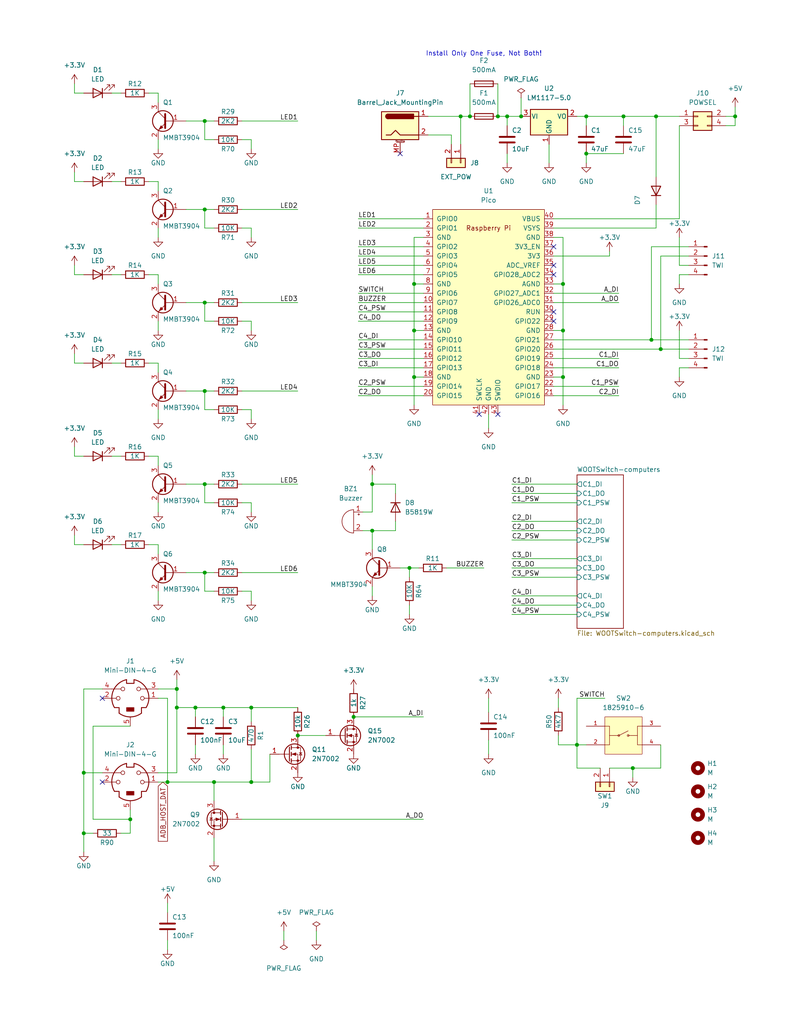
<source format=kicad_sch>
(kicad_sch (version 20250114) (generator "eeschema") (generator_version "9.0")
  (paper "USLetter" portrait)
  (title_block (title "WOOTSwitch") (date "2025-10-28") (rev "2025.10") (company "Joe's Computer Museum"))
  (text "Install Only One Fuse, Not Both!" (at 132.08 14.732 0) (effects (font (size 1.27 1.27))))
  (junction (at 113.03 77.47))
  (junction (at 179.07 31.75))
  (junction (at 113.03 102.87))
  (junction (at 81.28 200.66))
  (junction (at 22.86 227.33))
  (junction (at 200.66 31.75))
  (junction (at 160.02 41.91))
  (junction (at 153.67 102.87))
  (junction (at 55.88 82.55))
  (junction (at 55.88 156.21))
  (junction (at 157.48 203.2))
  (junction (at 128.27 31.75))
  (junction (at 113.03 90.17))
  (junction (at 55.88 57.15))
  (junction (at 45.72 213.36))
  (junction (at 96.52 195.58))
  (junction (at 48.26 193.04))
  (junction (at 180.34 95.25))
  (junction (at 55.88 33.02))
  (junction (at 55.88 106.68))
  (junction (at 68.58 213.36))
  (junction (at 160.02 31.75))
  (junction (at 60.96 193.04))
  (junction (at 142.24 31.75))
  (junction (at 177.8 92.71))
  (junction (at 48.26 187.96))
  (junction (at 125.73 31.75))
  (junction (at 58.42 213.36))
  (junction (at 101.6 132.08))
  (junction (at 68.58 193.04))
  (junction (at 22.86 210.82))
  (junction (at 53.34 193.04))
  (junction (at 35.56 223.52))
  (junction (at 101.6 144.78))
  (junction (at 135.89 31.75))
  (junction (at 153.67 77.47))
  (junction (at 170.18 31.75))
  (junction (at 172.72 209.55))
  (junction (at 138.43 31.75))
  (junction (at 153.67 90.17))
  (junction (at 55.88 132.08))
  (junction (at 111.76 154.94))
  (no_connect (at 151.13 87.63))
  (no_connect (at 151.13 74.93))
  (no_connect (at 151.13 85.09))
  (no_connect (at 151.13 67.31))
  (no_connect (at 130.81 113.03))
  (no_connect (at 109.22 41.91))
  (no_connect (at 151.13 72.39))
  (no_connect (at 27.94 213.36))
  (no_connect (at 135.89 113.03))
  (no_connect (at 27.94 190.5))
  (wire (pts (xy 168.91 107.95) (xy 151.13 107.95)))
  (wire (pts (xy 151.13 80.01) (xy 168.91 80.01)))
  (wire (pts (xy 187.96 100.33) (xy 185.42 100.33)))
  (wire (pts (xy 101.6 144.78) (xy 101.6 149.86)))
  (wire (pts (xy 113.03 64.77) (xy 113.03 77.47)))
  (wire (pts (xy 185.42 59.69) (xy 185.42 34.29)))
  (wire (pts (xy 185.42 90.17) (xy 185.42 97.79)))
  (wire (pts (xy 66.04 87.63) (xy 68.58 87.63)))
  (wire (pts (xy 125.73 31.75) (xy 128.27 31.75)))
  (wire (pts (xy 25.4 198.12) (xy 25.4 223.52)))
  (wire (pts (xy 180.34 203.2) (xy 180.34 209.55)))
  (wire (pts (xy 200.66 31.75) (xy 200.66 29.21)))
  (wire (pts (xy 139.7 142.24) (xy 157.48 142.24)))
  (wire (pts (xy 157.48 31.75) (xy 160.02 31.75)))
  (wire (pts (xy 40.64 99.06) (xy 43.18 99.06)))
  (wire (pts (xy 138.43 31.75) (xy 138.43 34.29)))
  (wire (pts (xy 30.48 148.59) (xy 33.02 148.59)))
  (wire (pts (xy 68.58 38.1) (xy 68.58 40.64)))
  (wire (pts (xy 48.26 185.42) (xy 48.26 187.96)))
  (wire (pts (xy 40.64 148.59) (xy 43.18 148.59)))
  (wire (pts (xy 40.64 25.4) (xy 43.18 25.4)))
  (wire (pts (xy 55.88 57.15) (xy 55.88 62.23)))
  (wire (pts (xy 50.8 132.08) (xy 55.88 132.08)))
  (wire (pts (xy 125.73 39.37) (xy 125.73 31.75)))
  (wire (pts (xy 55.88 87.63) (xy 58.42 87.63)))
  (wire (pts (xy 139.7 157.48) (xy 157.48 157.48)))
  (wire (pts (xy 133.35 201.93) (xy 133.35 205.74)))
  (wire (pts (xy 50.8 156.21) (xy 55.88 156.21)))
  (wire (pts (xy 43.18 111.76) (xy 43.18 114.3)))
  (wire (pts (xy 43.18 49.53) (xy 43.18 52.07)))
  (wire (pts (xy 172.72 209.55) (xy 172.72 212.09)))
  (wire (pts (xy 45.72 213.36) (xy 58.42 213.36)))
  (wire (pts (xy 45.72 256.54) (xy 45.72 259.08)))
  (wire (pts (xy 55.88 156.21) (xy 55.88 161.29)))
  (wire (pts (xy 170.18 31.75) (xy 170.18 34.29)))
  (wire (pts (xy 185.42 74.93) (xy 185.42 77.47)))
  (wire (pts (xy 68.58 161.29) (xy 68.58 163.83)))
  (wire (pts (xy 142.24 26.67) (xy 142.24 31.75)))
  (wire (pts (xy 43.18 87.63) (xy 43.18 90.17)))
  (wire (pts (xy 166.37 209.55) (xy 172.72 209.55)))
  (wire (pts (xy 20.32 72.39) (xy 20.32 74.93)))
  (wire (pts (xy 152.4 190.5) (xy 152.4 193.04)))
  (wire (pts (xy 68.58 111.76) (xy 68.58 114.3)))
  (wire (pts (xy 20.32 124.46) (xy 22.86 124.46)))
  (wire (pts (xy 53.34 195.58) (xy 53.34 193.04)))
  (wire (pts (xy 43.18 137.16) (xy 43.18 139.7)))
  (wire (pts (xy 43.18 74.93) (xy 43.18 77.47)))
  (wire (pts (xy 151.13 64.77) (xy 153.67 64.77)))
  (wire (pts (xy 53.34 193.04) (xy 48.26 193.04)))
  (wire (pts (xy 151.13 82.55) (xy 168.91 82.55)))
  (wire (pts (xy 198.12 34.29) (xy 200.66 34.29)))
  (wire (pts (xy 25.4 223.52) (xy 35.56 223.52)))
  (wire (pts (xy 113.03 90.17) (xy 113.03 102.87)))
  (wire (pts (xy 107.95 132.08) (xy 107.95 134.62)))
  (wire (pts (xy 139.7 154.94) (xy 157.48 154.94)))
  (wire (pts (xy 66.04 223.52) (xy 115.57 223.52)))
  (wire (pts (xy 153.67 64.77) (xy 153.67 77.47)))
  (wire (pts (xy 97.79 105.41) (xy 115.57 105.41)))
  (wire (pts (xy 139.7 144.78) (xy 157.48 144.78)))
  (wire (pts (xy 35.56 220.98) (xy 35.56 223.52)))
  (wire (pts (xy 179.07 62.23) (xy 179.07 55.88)))
  (wire (pts (xy 25.4 227.33) (xy 22.86 227.33)))
  (wire (pts (xy 151.13 77.47) (xy 153.67 77.47)))
  (wire (pts (xy 115.57 64.77) (xy 113.03 64.77)))
  (wire (pts (xy 20.32 49.53) (xy 22.86 49.53)))
  (wire (pts (xy 180.34 69.85) (xy 187.96 69.85)))
  (wire (pts (xy 187.96 67.31) (xy 177.8 67.31)))
  (wire (pts (xy 97.79 62.23) (xy 115.57 62.23)))
  (wire (pts (xy 97.79 80.01) (xy 115.57 80.01)))
  (wire (pts (xy 66.04 156.21) (xy 81.28 156.21)))
  (wire (pts (xy 53.34 193.04) (xy 60.96 193.04)))
  (wire (pts (xy 55.88 38.1) (xy 58.42 38.1)))
  (wire (pts (xy 133.35 113.03) (xy 133.35 116.84)))
  (wire (pts (xy 160.02 41.91) (xy 170.18 41.91)))
  (wire (pts (xy 116.84 31.75) (xy 125.73 31.75)))
  (wire (pts (xy 97.79 85.09) (xy 115.57 85.09)))
  (wire (pts (xy 172.72 209.55) (xy 180.34 209.55)))
  (wire (pts (xy 30.48 124.46) (xy 33.02 124.46)))
  (wire (pts (xy 121.92 154.94) (xy 132.08 154.94)))
  (wire (pts (xy 86.36 254) (xy 86.36 256.54)))
  (wire (pts (xy 107.95 144.78) (xy 107.95 142.24)))
  (wire (pts (xy 55.88 132.08) (xy 58.42 132.08)))
  (wire (pts (xy 40.64 124.46) (xy 43.18 124.46)))
  (wire (pts (xy 20.32 96.52) (xy 20.32 99.06)))
  (wire (pts (xy 101.6 132.08) (xy 107.95 132.08)))
  (wire (pts (xy 43.18 190.5) (xy 45.72 190.5)))
  (wire (pts (xy 48.26 193.04) (xy 48.26 210.82)))
  (wire (pts (xy 43.18 187.96) (xy 48.26 187.96)))
  (wire (pts (xy 55.88 156.21) (xy 58.42 156.21)))
  (wire (pts (xy 151.13 102.87) (xy 153.67 102.87)))
  (wire (pts (xy 20.32 74.93) (xy 22.86 74.93)))
  (wire (pts (xy 68.58 62.23) (xy 68.58 64.77)))
  (wire (pts (xy 66.04 62.23) (xy 68.58 62.23)))
  (wire (pts (xy 157.48 190.5) (xy 157.48 203.2)))
  (wire (pts (xy 179.07 31.75) (xy 185.42 31.75)))
  (wire (pts (xy 151.13 69.85) (xy 166.37 69.85)))
  (wire (pts (xy 135.89 31.75) (xy 138.43 31.75)))
  (wire (pts (xy 139.7 132.08) (xy 157.48 132.08)))
  (wire (pts (xy 68.58 193.04) (xy 81.28 193.04)))
  (wire (pts (xy 40.64 74.93) (xy 43.18 74.93)))
  (wire (pts (xy 55.88 33.02) (xy 55.88 38.1)))
  (wire (pts (xy 153.67 102.87) (xy 153.67 110.49)))
  (wire (pts (xy 97.79 59.69) (xy 115.57 59.69)))
  (wire (pts (xy 99.06 144.78) (xy 101.6 144.78)))
  (wire (pts (xy 66.04 33.02) (xy 81.28 33.02)))
  (wire (pts (xy 97.79 87.63) (xy 115.57 87.63)))
  (wire (pts (xy 160.02 31.75) (xy 170.18 31.75)))
  (wire (pts (xy 151.13 59.69) (xy 185.42 59.69)))
  (wire (pts (xy 45.72 246.38) (xy 45.72 248.92)))
  (wire (pts (xy 68.58 87.63) (xy 68.58 90.17)))
  (wire (pts (xy 45.72 190.5) (xy 45.72 213.36)))
  (wire (pts (xy 187.96 74.93) (xy 185.42 74.93)))
  (wire (pts (xy 111.76 165.1) (xy 111.76 167.64)))
  (wire (pts (xy 22.86 210.82) (xy 22.86 227.33)))
  (wire (pts (xy 20.32 146.05) (xy 20.32 148.59)))
  (wire (pts (xy 68.58 204.47) (xy 68.58 213.36)))
  (wire (pts (xy 43.18 124.46) (xy 43.18 127)))
  (wire (pts (xy 50.8 33.02) (xy 55.88 33.02)))
  (wire (pts (xy 168.91 105.41) (xy 151.13 105.41)))
  (wire (pts (xy 157.48 209.55) (xy 157.48 203.2)))
  (wire (pts (xy 66.04 106.68) (xy 81.28 106.68)))
  (wire (pts (xy 30.48 99.06) (xy 33.02 99.06)))
  (wire (pts (xy 139.7 134.62) (xy 157.48 134.62)))
  (wire (pts (xy 50.8 82.55) (xy 55.88 82.55)))
  (wire (pts (xy 113.03 90.17) (xy 115.57 90.17)))
  (wire (pts (xy 101.6 139.7) (xy 101.6 132.08)))
  (wire (pts (xy 55.88 111.76) (xy 58.42 111.76)))
  (wire (pts (xy 180.34 95.25) (xy 187.96 95.25)))
  (wire (pts (xy 55.88 132.08) (xy 55.88 137.16)))
  (wire (pts (xy 73.66 205.74) (xy 73.66 213.36)))
  (wire (pts (xy 43.18 213.36) (xy 45.72 213.36)))
  (wire (pts (xy 40.64 49.53) (xy 43.18 49.53)))
  (wire (pts (xy 139.7 167.64) (xy 157.48 167.64)))
  (wire (pts (xy 43.18 210.82) (xy 48.26 210.82)))
  (wire (pts (xy 27.94 187.96) (xy 22.86 187.96)))
  (wire (pts (xy 66.04 111.76) (xy 68.58 111.76)))
  (wire (pts (xy 30.48 49.53) (xy 33.02 49.53)))
  (wire (pts (xy 151.13 95.25) (xy 180.34 95.25)))
  (wire (pts (xy 55.88 82.55) (xy 55.88 87.63)))
  (wire (pts (xy 35.56 223.52) (xy 35.56 227.33)))
  (wire (pts (xy 20.32 99.06) (xy 22.86 99.06)))
  (wire (pts (xy 97.79 97.79) (xy 115.57 97.79)))
  (wire (pts (xy 43.18 62.23) (xy 43.18 64.77)))
  (wire (pts (xy 138.43 31.75) (xy 142.24 31.75)))
  (wire (pts (xy 58.42 213.36) (xy 68.58 213.36)))
  (wire (pts (xy 151.13 90.17) (xy 153.67 90.17)))
  (wire (pts (xy 58.42 228.6) (xy 58.42 234.95)))
  (wire (pts (xy 170.18 31.75) (xy 179.07 31.75)))
  (wire (pts (xy 97.79 74.93) (xy 115.57 74.93)))
  (wire (pts (xy 96.52 195.58) (xy 115.57 195.58)))
  (wire (pts (xy 97.79 95.25) (xy 115.57 95.25)))
  (wire (pts (xy 68.58 137.16) (xy 68.58 139.7)))
  (wire (pts (xy 179.07 31.75) (xy 179.07 48.26)))
  (wire (pts (xy 139.7 137.16) (xy 157.48 137.16)))
  (wire (pts (xy 30.48 74.93) (xy 33.02 74.93)))
  (wire (pts (xy 60.96 193.04) (xy 60.96 195.58)))
  (wire (pts (xy 200.66 34.29) (xy 200.66 31.75)))
  (wire (pts (xy 151.13 92.71) (xy 177.8 92.71)))
  (wire (pts (xy 157.48 203.2) (xy 160.02 203.2)))
  (wire (pts (xy 135.89 22.86) (xy 135.89 31.75)))
  (wire (pts (xy 185.42 72.39) (xy 187.96 72.39)))
  (wire (pts (xy 139.7 152.4) (xy 157.48 152.4)))
  (wire (pts (xy 66.04 137.16) (xy 68.58 137.16)))
  (wire (pts (xy 55.88 57.15) (xy 58.42 57.15)))
  (wire (pts (xy 20.32 46.99) (xy 20.32 49.53)))
  (wire (pts (xy 66.04 132.08) (xy 81.28 132.08)))
  (wire (pts (xy 97.79 67.31) (xy 115.57 67.31)))
  (wire (pts (xy 66.04 82.55) (xy 81.28 82.55)))
  (wire (pts (xy 149.86 39.37) (xy 149.86 44.45)))
  (wire (pts (xy 163.83 209.55) (xy 157.48 209.55)))
  (wire (pts (xy 151.13 62.23) (xy 179.07 62.23)))
  (wire (pts (xy 20.32 121.92) (xy 20.32 124.46)))
  (wire (pts (xy 97.79 100.33) (xy 115.57 100.33)))
  (wire (pts (xy 43.18 38.1) (xy 43.18 40.64)))
  (wire (pts (xy 22.86 187.96) (xy 22.86 210.82)))
  (wire (pts (xy 111.76 154.94) (xy 111.76 157.48)))
  (wire (pts (xy 160.02 31.75) (xy 160.02 34.29)))
  (wire (pts (xy 153.67 77.47) (xy 153.67 90.17)))
  (wire (pts (xy 113.03 77.47) (xy 113.03 90.17)))
  (wire (pts (xy 152.4 203.2) (xy 157.48 203.2)))
  (wire (pts (xy 20.32 22.86) (xy 20.32 25.4)))
  (wire (pts (xy 113.03 102.87) (xy 113.03 110.49)))
  (wire (pts (xy 20.32 25.4) (xy 22.86 25.4)))
  (wire (pts (xy 139.7 147.32) (xy 157.48 147.32)))
  (wire (pts (xy 77.47 254) (xy 77.47 256.54)))
  (wire (pts (xy 177.8 67.31) (xy 177.8 92.71)))
  (wire (pts (xy 187.96 97.79) (xy 185.42 97.79)))
  (wire (pts (xy 53.34 203.2) (xy 53.34 205.74)))
  (wire (pts (xy 113.03 77.47) (xy 115.57 77.47)))
  (wire (pts (xy 68.58 213.36) (xy 73.66 213.36)))
  (wire (pts (xy 55.88 33.02) (xy 58.42 33.02)))
  (wire (pts (xy 133.35 190.5) (xy 133.35 194.31)))
  (wire (pts (xy 177.8 92.71) (xy 187.96 92.71)))
  (wire (pts (xy 185.42 64.77) (xy 185.42 72.39)))
  (wire (pts (xy 139.7 165.1) (xy 157.48 165.1)))
  (wire (pts (xy 101.6 144.78) (xy 107.95 144.78)))
  (wire (pts (xy 139.7 162.56) (xy 157.48 162.56)))
  (wire (pts (xy 97.79 69.85) (xy 115.57 69.85)))
  (wire (pts (xy 111.76 154.94) (xy 114.3 154.94)))
  (wire (pts (xy 166.37 69.85) (xy 166.37 68.58)))
  (wire (pts (xy 22.86 227.33) (xy 22.86 232.41)))
  (wire (pts (xy 168.91 100.33) (xy 151.13 100.33)))
  (wire (pts (xy 128.27 22.86) (xy 128.27 31.75)))
  (wire (pts (xy 138.43 41.91) (xy 138.43 44.45)))
  (wire (pts (xy 152.4 200.66) (xy 152.4 203.2)))
  (wire (pts (xy 101.6 160.02) (xy 101.6 162.56)))
  (wire (pts (xy 60.96 203.2) (xy 60.96 205.74)))
  (wire (pts (xy 68.58 193.04) (xy 68.58 196.85)))
  (wire (pts (xy 55.88 161.29) (xy 58.42 161.29)))
  (wire (pts (xy 55.88 82.55) (xy 58.42 82.55)))
  (wire (pts (xy 43.18 99.06) (xy 43.18 101.6)))
  (wire (pts (xy 48.26 187.96) (xy 48.26 193.04)))
  (wire (pts (xy 168.91 97.79) (xy 151.13 97.79)))
  (wire (pts (xy 97.79 82.55) (xy 115.57 82.55)))
  (wire (pts (xy 97.79 72.39) (xy 115.57 72.39)))
  (wire (pts (xy 97.79 107.95) (xy 115.57 107.95)))
  (wire (pts (xy 22.86 210.82) (xy 27.94 210.82)))
  (wire (pts (xy 123.19 36.83) (xy 123.19 39.37)))
  (wire (pts (xy 153.67 90.17) (xy 153.67 102.87)))
  (wire (pts (xy 35.56 198.12) (xy 25.4 198.12)))
  (wire (pts (xy 55.88 106.68) (xy 55.88 111.76)))
  (wire (pts (xy 60.96 193.04) (xy 68.58 193.04)))
  (wire (pts (xy 66.04 161.29) (xy 68.58 161.29)))
  (wire (pts (xy 50.8 57.15) (xy 55.88 57.15)))
  (wire (pts (xy 58.42 218.44) (xy 58.42 213.36)))
  (wire (pts (xy 43.18 161.29) (xy 43.18 163.83)))
  (wire (pts (xy 20.32 148.59) (xy 22.86 148.59)))
  (wire (pts (xy 97.79 92.71) (xy 115.57 92.71)))
  (wire (pts (xy 160.02 41.91) (xy 160.02 44.45)))
  (wire (pts (xy 101.6 129.54) (xy 101.6 132.08)))
  (wire (pts (xy 185.42 100.33) (xy 185.42 102.87)))
  (wire (pts (xy 99.06 139.7) (xy 101.6 139.7)))
  (wire (pts (xy 55.88 137.16) (xy 58.42 137.16)))
  (wire (pts (xy 35.56 227.33) (xy 33.02 227.33)))
  (wire (pts (xy 180.34 69.85) (xy 180.34 95.25)))
  (wire (pts (xy 55.88 106.68) (xy 58.42 106.68)))
  (wire (pts (xy 66.04 57.15) (xy 81.28 57.15)))
  (wire (pts (xy 55.88 62.23) (xy 58.42 62.23)))
  (wire (pts (xy 116.84 36.83) (xy 123.19 36.83)))
  (wire (pts (xy 66.04 38.1) (xy 68.58 38.1)))
  (wire (pts (xy 113.03 102.87) (xy 115.57 102.87)))
  (wire (pts (xy 157.48 190.5) (xy 165.1 190.5)))
  (wire (pts (xy 50.8 106.68) (xy 55.88 106.68)))
  (wire (pts (xy 43.18 25.4) (xy 43.18 27.94)))
  (wire (pts (xy 30.48 25.4) (xy 33.02 25.4)))
  (wire (pts (xy 81.28 200.66) (xy 88.9 200.66)))
  (wire (pts (xy 43.18 148.59) (xy 43.18 151.13)))
  (wire (pts (xy 109.22 154.94) (xy 111.76 154.94)))
  (wire (pts (xy 198.12 31.75) (xy 200.66 31.75)))
  (label "C3_DO" (at 97.79 97.79 0))
  (label "A_DO" (at 168.91 82.55 180))
  (label "C3_PSW" (at 139.7 157.48 0))
  (label "C1_DI" (at 168.91 97.79 180))
  (label "C2_PSW" (at 97.79 105.41 0))
  (label "C3_DI" (at 139.7 152.4 0))
  (label "LED2" (at 97.79 62.23 0))
  (label "LED3" (at 97.79 67.31 0))
  (label "LED4" (at 81.28 106.68 180))
  (label "A_DO" (at 115.57 223.52 180))
  (label "LED5" (at 97.79 72.39 0))
  (label "C1_DO" (at 139.7 134.62 0))
  (label "C4_PSW" (at 97.79 85.09 0))
  (label "LED1" (at 81.28 33.02 180))
  (label "BUZZER" (at 97.79 82.55 0))
  (label "C2_DI" (at 168.91 107.95 180))
  (label "C1_PSW" (at 139.7 137.16 0))
  (label "BUZZER" (at 132.08 154.94 180))
  (label "C2_PSW" (at 139.7 147.32 0))
  (label "C3_DI" (at 97.79 100.33 0))
  (label "C4_DI" (at 97.79 92.71 0))
  (label "C1_DO" (at 168.91 100.33 180))
  (label "C4_DO" (at 139.7 165.1 0))
  (label "C4_PSW" (at 139.7 167.64 0))
  (label "C4_DI" (at 139.7 162.56 0))
  (label "C3_DO" (at 139.7 154.94 0))
  (label "LED3" (at 81.28 82.55 180))
  (label "LED4" (at 97.79 69.85 0))
  (label "SWITCH" (at 97.79 80.01 0))
  (label "C1_DI" (at 139.7 132.08 0))
  (label "A_DI" (at 115.57 195.58 180))
  (label "C4_DO" (at 97.79 87.63 0))
  (label "C2_DO" (at 139.7 144.78 0))
  (label "SWITCH" (at 165.1 190.5 180))
  (label "LED1" (at 97.79 59.69 0))
  (label "C3_PSW" (at 97.79 95.25 0))
  (label "A_DI" (at 168.91 80.01 180))
  (label "LED6" (at 81.28 156.21 180))
  (label "LED6" (at 97.79 74.93 0))
  (label "C2_DO" (at 97.79 107.95 0))
  (label "C2_DI" (at 139.7 142.24 0))
  (label "C1_PSW" (at 168.91 105.41 180))
  (label "LED5" (at 81.28 132.08 180))
  (label "LED2" (at 81.28 57.15 180))
  (global_label "ADB_HOST_DAT" (shape input) (at 44.45 213.36 270) (property "Intersheetrefs" "${INTERSHEET_REFS}" (effects (hide yes))))
  (symbol (lib_id "Device:R") (at 36.83 148.59 90) (unit 1)
    (property "Reference" "R17" (at 36.83 146.05 90))
    (property "Value" "1K" (at 36.83 148.59 90))
    (property "Footprint" "Resistor_SMD:R_0603_1608Metric" (effects (hide yes)))
  )
  (symbol (lib_id "Device:D") (at 179.07 52.07 90) (unit 1)
    (property "Reference" "D7" (at 173.99 54.61 0))
    (property "Value" "${SIM.PARAMS}" (effects (hide yes)))
    (property "Footprint" "Diode_SMD:D_SOD-123" (effects (hide yes)))
    (property "Sim.Device" "SPICE" (effects (hide yes)))
    (property "Sim.Params" "type=\"D\" model=\"B5819W\" lib=\"\"" (effects (hide yes)))
    (property "Sim.Pins" "1=1 2=2" (effects (hide yes)))
  )
  (symbol (lib_id "power:+3.3V") (at 20.32 96.52 0) (unit 1)
    (property "Reference" "#PWR0105" (effects (hide yes)))
    (property "Value" "+3.3V" (at 20.32 91.44 0))
  )
  (symbol (lib_id "Device:LED") (at 26.67 99.06 180) (unit 1)
    (property "Reference" "D4" (at 26.67 92.71 0))
    (property "Value" "LED" (at 26.67 95.25 0))
    (property "Footprint" "LED_SMD:LED_0805_2012Metric" (effects (hide yes)))
  )
  (symbol (lib_id "power:GND") (at 58.42 234.95 0) (unit 1)
    (property "Reference" "#PWR0120" (effects (hide yes)))
    (property "Value" "GND" (at 58.42 240.03 0))
  )
  (symbol (lib_id "Connector_Generic:Conn_02x02_Odd_Even") (at 190.5 31.75 0) (unit 1)
    (property "Reference" "J10" (at 191.77 25.4 0))
    (property "Value" "POWSEL" (at 191.77 27.94 0))
    (property "Footprint" "Connector_PinHeader_2.54mm:PinHeader_2x02_P2.54mm_Vertical" (effects (hide yes)))
  )
  (symbol (lib_id "power:+5V") (at 77.47 254 0) (unit 1)
    (property "Reference" "#PWR0122" (effects (hide yes)))
    (property "Value" "+5V" (at 77.47 248.92 0))
  )
  (symbol (lib_id "power:GND") (at 68.58 139.7 0) (unit 1)
    (property "Reference" "#PWR0114" (effects (hide yes)))
    (property "Value" "GND" (at 68.58 143.51 0))
  )
  (symbol (lib_id "Device:C") (at 133.35 198.12 0) (unit 1)
    (property "Reference" "C14" (at 134.62 195.58 0) (effects (justify left)))
    (property "Value" "100nF" (at 134.62 200.66 0) (effects (justify left)))
    (property "Footprint" "Capacitor_SMD:C_0603_1608Metric" (effects (hide yes)))
  )
  (symbol (lib_id "power:GND") (at 133.35 116.84 0) (unit 1)
    (property "Reference" "#PWR0127" (effects (hide yes)))
    (property "Value" "GND" (at 133.35 121.92 0))
  )
  (symbol (lib_id "power:GND") (at 68.58 90.17 0) (unit 1)
    (property "Reference" "#PWR0106" (effects (hide yes)))
    (property "Value" "GND" (at 68.58 93.98 0))
  )
  (symbol (lib_id "power:GND") (at 138.43 44.45 0) (unit 1)
    (property "Reference" "#PWR0124" (effects (hide yes)))
    (property "Value" "GND" (at 138.43 49.53 0))
  )
  (symbol (lib_id "power:+3.3V") (at 20.32 121.92 0) (unit 1)
    (property "Reference" "#PWR0111" (effects (hide yes)))
    (property "Value" "+3.3V" (at 20.32 116.84 0))
  )
  (symbol (lib_id "power:GND") (at 68.58 163.83 0) (unit 1)
    (property "Reference" "#PWR0115" (effects (hide yes)))
    (property "Value" "GND" (at 68.58 168.91 0))
  )
  (symbol (lib_id "Device:LED") (at 26.67 25.4 180) (unit 1)
    (property "Reference" "D1" (at 26.67 19.05 0))
    (property "Value" "LED" (at 26.67 21.59 0))
    (property "Footprint" "LED_SMD:LED_0805_2012Metric" (effects (hide yes)))
  )
  (symbol (lib_id "Device:R") (at 62.23 57.15 90) (unit 1)
    (property "Reference" "R30" (at 62.23 54.61 90))
    (property "Value" "2K2" (at 62.23 57.15 90))
    (property "Footprint" "Resistor_SMD:R_0603_1608Metric" (effects (hide yes)))
  )
  (symbol (lib_id "Connector:Conn_01x04_Male") (at 193.04 95.25 0) (mirror y) (unit 1)
    (property "Reference" "J12" (at 194.31 95.2499 0) (effects (justify right)))
    (property "Value" "TWI" (at 194.31 97.7899 0) (effects (justify right)))
    (property "Footprint" "Connector_PinHeader_2.54mm:PinHeader_1x04_P2.54mm_Vertical" (effects (hide yes)))
  )
  (symbol (lib_id "power:+3.3V") (at 96.52 187.96 0) (unit 1)
    (property "Reference" "#PWR034" (effects (hide yes)))
    (property "Value" "+3.3V" (at 96.52 182.88 0))
  )
  (symbol (lib_id "power:GND") (at 43.18 163.83 0) (unit 1)
    (property "Reference" "#PWR0116" (effects (hide yes)))
    (property "Value" "GND" (at 43.18 168.91 0))
  )
  (symbol (lib_id "power:GND") (at 153.67 110.49 0) (unit 1)
    (property "Reference" "#PWR0126" (effects (hide yes)))
    (property "Value" "GND" (at 153.67 115.57 0))
  )
  (symbol (lib_id "Device:R") (at 111.76 161.29 0) (unit 1)
    (property "Reference" "R64" (at 114.3 161.29 90))
    (property "Value" "10K" (at 111.76 161.29 90))
    (property "Footprint" "Resistor_SMD:R_0603_1608Metric" (effects (hide yes)))
  )
  (symbol (lib_id "power:GND") (at 68.58 114.3 0) (unit 1)
    (property "Reference" "#PWR0118" (effects (hide yes)))
    (property "Value" "GND" (at 68.58 119.38 0))
  )
  (symbol (lib_id "MCU_RaspberryPi_and_Boards:Pico") (at 133.35 83.82 0) (unit 1)
    (property "Reference" "U1" (at 133.35 52.07 0))
    (property "Value" "Pico" (at 133.35 54.61 0))
    (property "Footprint" "MCU_RaspberryPi_and_Boards:RPi_Pico_SMD_TH" (effects (hide yes)))
  )
  (symbol (lib_id "Device:D") (at 107.95 138.43 270) (unit 1)
    (property "Reference" "D8" (at 110.49 137.1599 90) (effects (justify left)))
    (property "Value" "B5819W" (at 110.49 139.6999 90) (effects (justify left)))
    (property "Footprint" "Diode_SMD:D_SOD-123" (effects (hide yes)))
  )
  (symbol (lib_id "Device:C") (at 53.34 199.39 0) (unit 1)
    (property "Reference" "C12" (at 54.61 196.85 0) (effects (justify left)))
    (property "Value" "100nF" (at 54.61 201.93 0) (effects (justify left)))
    (property "Footprint" "Capacitor_SMD:C_0603_1608Metric" (effects (hide yes)))
  )
  (symbol (lib_id "Connector_Generic:Conn_01x02") (at 166.37 214.63 270) (unit 1)
    (property "Reference" "J9" (at 165.1 219.71 90))
    (property "Value" "SW1" (at 165.1 217.17 90))
    (property "Footprint" "Connector_PinHeader_2.54mm:PinHeader_1x02_P2.54mm_Vertical" (effects (hide yes)))
  )
  (symbol (lib_id "Mechanical:MountingHole") (at 190.5 222.25 0) (unit 1)
    (property "Reference" "H3" (at 193.04 220.9799 0) (effects (justify left)))
    (property "Value" "M" (at 193.04 223.5199 0) (effects (justify left)))
    (property "Footprint" "MountingHole:MountingHole_2.7mm_M2.5" (effects (hide yes)))
  )
  (symbol (lib_id "power:+5V") (at 48.26 185.42 0) (unit 1)
    (property "Reference" "#PWR0123" (effects (hide yes)))
    (property "Value" "+5V" (at 48.26 180.34 0))
  )
  (symbol (lib_id "Device:C") (at 45.72 252.73 0) (unit 1)
    (property "Reference" "C13" (at 46.99 250.19 0) (effects (justify left)))
    (property "Value" "100nF" (at 46.99 255.27 0) (effects (justify left)))
    (property "Footprint" "Capacitor_SMD:C_0603_1608Metric" (effects (hide yes)))
  )
  (symbol (lib_id "power:GND") (at 45.72 259.08 0) (unit 1)
    (property "Reference" "#PWR0153" (effects (hide yes)))
    (property "Value" "GND" (at 45.72 262.89 0))
  )
  (symbol (lib_id "Device:LED") (at 26.67 148.59 180) (unit 1)
    (property "Reference" "D6" (at 26.67 142.24 0))
    (property "Value" "LED" (at 26.67 144.78 0))
    (property "Footprint" "LED_SMD:LED_0805_2012Metric" (effects (hide yes)))
  )
  (symbol (lib_id "Device:C") (at 138.43 38.1 0) (unit 1)
    (property "Reference" "C2" (at 139.7 35.56 0) (effects (justify left)))
    (property "Value" "10uF" (at 139.7 40.64 0) (effects (justify left)))
    (property "Footprint" "Capacitor_SMD:C_0805_2012Metric" (effects (hide yes)))
  )
  (symbol (lib_id "Device:R") (at 36.83 99.06 90) (unit 1)
    (property "Reference" "R15" (at 36.83 96.52 90))
    (property "Value" "1K" (at 36.83 99.06 90))
    (property "Footprint" "Resistor_SMD:R_0603_1608Metric" (effects (hide yes)))
  )
  (symbol (lib_id "power:+3.3V") (at 20.32 22.86 0) (unit 1)
    (property "Reference" "#PWR0102" (effects (hide yes)))
    (property "Value" "+3.3V" (at 20.32 17.78 0))
  )
  (symbol (lib_id "Device:R") (at 36.83 124.46 90) (unit 1)
    (property "Reference" "R16" (at 36.83 121.92 90))
    (property "Value" "1K" (at 36.83 124.46 90))
    (property "Footprint" "Resistor_SMD:R_0603_1608Metric" (effects (hide yes)))
  )
  (symbol (lib_id "Device:R") (at 62.23 161.29 270) (unit 1)
    (property "Reference" "R75" (at 62.23 163.83 90))
    (property "Value" "10K" (at 62.23 161.29 90))
    (property "Footprint" "Resistor_SMD:R_0603_1608Metric" (effects (hide yes)))
  )
  (symbol (lib_id "power:+3.3V") (at 152.4 190.5 0) (unit 1)
    (property "Reference" "#PWR0132" (effects (hide yes)))
    (property "Value" "+3.3V" (at 152.4 185.42 0))
  )
  (symbol (lib_id "hootswitch:Mini-DIN-4-G") (at 35.56 213.36 0) (unit 1)
    (property "Reference" "J2" (at 35.5777 203.2 0))
    (property "Value" "Mini-DIN-4-G" (at 35.5777 205.74 0))
    (property "Footprint" "hootswitch:5749181-1" (effects (hide yes)))
    (property "Datasheet" "http://service.powerdynamics.com/ec/Catalog17/Section%2011.pdf" (effects (hide yes)))
  )
  (symbol (lib_id "Device:R") (at 62.23 33.02 90) (unit 1)
    (property "Reference" "R29" (at 62.23 30.48 90))
    (property "Value" "2K2" (at 62.23 33.02 90))
    (property "Footprint" "Resistor_SMD:R_0603_1608Metric" (effects (hide yes)))
  )
  (symbol (lib_id "Device:R") (at 152.4 196.85 180) (unit 1)
    (property "Reference" "R50" (at 149.86 196.85 90))
    (property "Value" "4K7" (at 152.4 196.85 90))
    (property "Footprint" "Resistor_SMD:R_0603_1608Metric" (effects (hide yes)))
  )
  (symbol (lib_id "power:GND") (at 68.58 40.64 0) (unit 1)
    (property "Reference" "#PWR0113" (effects (hide yes)))
    (property "Value" "GND" (at 68.58 44.45 0))
  )
  (symbol (lib_id "Device:R") (at 36.83 74.93 90) (unit 1)
    (property "Reference" "R14" (at 36.83 72.39 90))
    (property "Value" "1K" (at 36.83 74.93 90))
    (property "Footprint" "Resistor_SMD:R_0603_1608Metric" (effects (hide yes)))
  )
  (symbol (lib_id "Device:Buzzer") (at 96.52 142.24 0) (mirror y) (unit 1)
    (property "Reference" "BZ1" (at 95.758 133.35 0))
    (property "Value" "Buzzer" (at 95.758 135.89 0))
    (property "Footprint" "Buzzer_Beeper:Buzzer_12x9.5RM7.6" (effects (hide yes)))
  )
  (symbol (lib_id "power:GND") (at 111.76 167.64 0) (unit 1)
    (property "Reference" "#PWR0160" (effects (hide yes)))
    (property "Value" "GND" (at 111.76 171.45 0))
  )
  (symbol (lib_id "power:+5V") (at 45.72 246.38 0) (unit 1)
    (property "Reference" "#PWR0154" (effects (hide yes)))
    (property "Value" "+5V" (at 45.72 242.57 0))
  )
  (symbol (lib_id "Device:R") (at 62.23 156.21 90) (unit 1)
    (property "Reference" "R34" (at 62.23 153.67 90))
    (property "Value" "2K2" (at 62.23 156.21 90))
    (property "Footprint" "Resistor_SMD:R_0603_1608Metric" (effects (hide yes)))
  )
  (symbol (lib_id "Transistor_FET:2N7002") (at 93.98 200.66 0) (unit 1)
    (property "Reference" "Q15" (at 100.33 199.3899 0) (effects (justify left)))
    (property "Value" "2N7002" (at 100.33 201.9299 0) (effects (justify left)))
    (property "Footprint" "Package_TO_SOT_SMD:SOT-23" (effects (hide yes)))
    (property "Datasheet" "https://www.onsemi.com/pub/Collateral/NDS7002A-D.PDF" (effects (hide yes)))
    (property "Description" "0.115A Id, 60V Vds, N-Channel MOSFET, SOT-23" (effects (hide yes)))
  )
  (symbol (lib_id "Device:R") (at 62.23 137.16 270) (unit 1)
    (property "Reference" "R74" (at 62.23 139.7 90))
    (property "Value" "10K" (at 62.23 137.16 90))
    (property "Footprint" "Resistor_SMD:R_0603_1608Metric" (effects (hide yes)))
  )
  (symbol (lib_id "Device:R") (at 118.11 154.94 90) (unit 1)
    (property "Reference" "R11" (at 118.11 152.4 90))
    (property "Value" "1K" (at 118.11 154.94 90))
    (property "Footprint" "Resistor_SMD:R_0603_1608Metric" (effects (hide yes)))
  )
  (symbol (lib_id "Device:LED") (at 26.67 124.46 180) (unit 1)
    (property "Reference" "D5" (at 26.67 118.11 0))
    (property "Value" "LED" (at 26.67 120.65 0))
    (property "Footprint" "LED_SMD:LED_0805_2012Metric" (effects (hide yes)))
  )
  (symbol (lib_id "power:GND") (at 101.6 162.56 0) (unit 1)
    (property "Reference" "#PWR0130" (effects (hide yes)))
    (property "Value" "GND" (at 101.6 166.37 0))
  )
  (symbol (lib_id "power:PWR_FLAG") (at 77.47 256.54 180) (unit 1)
    (property "Reference" "#FLG0111" (effects (hide yes)))
    (property "Value" "PWR_FLAG" (at 77.47 264.16 0))
  )
  (symbol (lib_id "power:GND") (at 86.36 256.54 0) (unit 1)
    (property "Reference" "#PWR0156" (effects (hide yes)))
    (property "Value" "GND" (at 86.36 261.62 0))
  )
  (symbol (lib_id "power:+3.3V") (at 101.6 129.54 0) (unit 1)
    (property "Reference" "#PWR0131" (effects (hide yes)))
    (property "Value" "+3.3V" (at 101.6 124.46 0))
  )
  (symbol (lib_id "Device:R") (at 96.52 191.77 0) (unit 1)
    (property "Reference" "R27" (at 99.06 191.77 90))
    (property "Value" "1k" (at 96.52 191.77 90))
    (property "Footprint" "Resistor_SMD:R_0603_1608Metric" (effects (hide yes)))
  )
  (symbol (lib_id "Transistor_BJT:MMBT3904") (at 45.72 106.68 0) (mirror y) (unit 1)
    (property "Reference" "Q4" (at 44.45 101.6 0) (effects (justify right)))
    (property "Value" "MMBT3904" (at 44.45 110.49 0) (effects (justify right top)))
    (property "Footprint" "Package_TO_SOT_SMD:SOT-23" (effects (hide yes)))
    (property "Datasheet" "https://www.onsemi.com/pub/Collateral/2N3903-D.PDF" (effects (hide yes)))
  )
  (symbol (lib_id "power:GND") (at 133.35 205.74 0) (unit 1)
    (property "Reference" "#PWR0147" (effects (hide yes)))
    (property "Value" "GND" (at 133.35 210.82 0))
  )
  (symbol (lib_id "Device:R") (at 81.28 196.85 0) (unit 1)
    (property "Reference" "R26" (at 83.82 196.85 90))
    (property "Value" "10k" (at 81.28 196.85 90))
    (property "Footprint" "Resistor_SMD:R_0603_1608Metric" (effects (hide yes)))
  )
  (symbol (lib_id "Device:Fuse") (at 132.08 31.75 90) (unit 1)
    (property "Reference" "F1" (at 132.08 25.4 90))
    (property "Value" "500mA" (at 132.08 27.94 90))
    (property "Footprint" "Fuse:Fuse_Littelfuse_372_D8.50mm" (effects (hide yes)))
  )
  (symbol (lib_id "Connector:Conn_01x04_Male") (at 193.04 69.85 0) (mirror y) (unit 1)
    (property "Reference" "J11" (at 194.31 69.8499 0) (effects (justify right)))
    (property "Value" "TWI" (at 194.31 72.3899 0) (effects (justify right)))
    (property "Footprint" "Connector_JST:JST_SH_BM04B-SRSS-TB_1x04-1MP_P1.00mm_Vertical" (effects (hide yes)))
  )
  (symbol (lib_id "power:+3.3V") (at 133.35 190.5 0) (unit 1)
    (property "Reference" "#PWR0146" (effects (hide yes)))
    (property "Value" "+3.3V" (at 133.35 185.42 0))
  )
  (symbol (lib_id "Transistor_BJT:MMBT3904") (at 45.72 156.21 0) (mirror y) (unit 1)
    (property "Reference" "Q6" (at 44.45 151.13 0) (effects (justify right)))
    (property "Value" "MMBT3904" (at 44.45 160.02 0) (effects (justify right top)))
    (property "Footprint" "Package_TO_SOT_SMD:SOT-23" (effects (hide yes)))
    (property "Datasheet" "https://www.onsemi.com/pub/Collateral/2N3903-D.PDF" (effects (hide yes)))
  )
  (symbol (lib_id "power:GND") (at 43.18 40.64 0) (unit 1)
    (property "Reference" "#PWR0112" (effects (hide yes)))
    (property "Value" "GND" (at 43.18 44.45 0))
  )
  (symbol (lib_id "Device:C") (at 60.96 199.39 0) (unit 1)
    (property "Reference" "C3" (at 62.23 196.85 0) (effects (justify left)))
    (property "Value" "10uF" (at 62.23 201.93 0) (effects (justify left)))
    (property "Footprint" "Capacitor_SMD:C_0805_2012Metric" (effects (hide yes)))
  )
  (symbol (lib_id "Transistor_BJT:MMBT3904") (at 45.72 33.02 0) (mirror y) (unit 1)
    (property "Reference" "Q1" (at 44.45 27.94 0) (effects (justify right)))
    (property "Value" "MMBT3904" (at 44.45 36.83 0) (effects (justify right top)))
    (property "Footprint" "Package_TO_SOT_SMD:SOT-23" (effects (hide yes)))
    (property "Datasheet" "https://www.onsemi.com/pub/Collateral/2N3903-D.PDF" (effects (hide yes)))
  )
  (symbol (lib_id "power:GND") (at 53.34 205.74 0) (unit 1)
    (property "Reference" "#PWR01" (effects (hide yes)))
    (property "Value" "GND" (at 53.34 209.55 0))
  )
  (symbol (lib_id "power:GND") (at 68.58 64.77 0) (unit 1)
    (property "Reference" "#PWR0109" (effects (hide yes)))
    (property "Value" "GND" (at 68.58 69.85 0))
  )
  (symbol (lib_id "power:GND") (at 43.18 139.7 0) (unit 1)
    (property "Reference" "#PWR0117" (effects (hide yes)))
    (property "Value" "GND" (at 43.18 143.51 0))
  )
  (symbol (lib_id "power:+3.3V") (at 166.37 68.58 0) (unit 1)
    (property "Reference" "#PWR0125" (effects (hide yes)))
    (property "Value" "+3.3V" (at 166.37 64.77 0))
  )
  (symbol (lib_id "Device:R") (at 29.21 227.33 90) (unit 1)
    (property "Reference" "R90" (at 29.21 229.87 90))
    (property "Value" "33" (at 29.21 227.33 90))
    (property "Footprint" "Resistor_SMD:R_0603_1608Metric" (effects (hide yes)))
  )
  (symbol (lib_id "Device:R") (at 36.83 25.4 90) (unit 1)
    (property "Reference" "R12" (at 36.83 22.86 90))
    (property "Value" "1K" (at 36.83 25.4 90))
    (property "Footprint" "Resistor_SMD:R_0603_1608Metric" (effects (hide yes)))
  )
  (symbol (lib_id "power:+3.3V") (at 20.32 46.99 0) (unit 1)
    (property "Reference" "#PWR0104" (effects (hide yes)))
    (property "Value" "+3.3V" (at 20.32 41.91 0))
  )
  (symbol (lib_id "power:+3.3V") (at 185.42 90.17 0) (unit 1)
    (property "Reference" "#PWR0166" (effects (hide yes)))
    (property "Value" "+3.3V" (at 185.42 86.36 0))
  )
  (symbol (lib_id "Device:LED") (at 26.67 49.53 180) (unit 1)
    (property "Reference" "D2" (at 26.67 43.18 0))
    (property "Value" "LED" (at 26.67 45.72 0))
    (property "Footprint" "LED_SMD:LED_0805_2012Metric" (effects (hide yes)))
  )
  (symbol (lib_id "power:GND") (at 43.18 64.77 0) (unit 1)
    (property "Reference" "#PWR0108" (effects (hide yes)))
    (property "Value" "GND" (at 43.18 69.85 0))
  )
  (symbol (lib_id "power:GND") (at 43.18 90.17 0) (unit 1)
    (property "Reference" "#PWR0107" (effects (hide yes)))
    (property "Value" "GND" (at 43.18 93.98 0))
  )
  (symbol (lib_id "Device:R") (at 62.23 62.23 270) (unit 1)
    (property "Reference" "R71" (at 62.23 64.77 90))
    (property "Value" "10K" (at 62.23 62.23 90))
    (property "Footprint" "Resistor_SMD:R_0603_1608Metric" (effects (hide yes)))
  )
  (symbol (lib_id "Transistor_BJT:MMBT3904") (at 104.14 154.94 0) (mirror y) (unit 1)
    (property "Reference" "Q8" (at 102.87 149.86 0) (effects (justify right)))
    (property "Value" "MMBT3904" (at 100.33 158.75 0) (effects (justify left top)))
    (property "Footprint" "Package_TO_SOT_SMD:SOT-23" (effects (hide yes)))
    (property "Datasheet" "https://www.onsemi.com/pub/Collateral/2N3903-D.PDF" (effects (hide yes)))
  )
  (symbol (lib_id "power:PWR_FLAG") (at 142.24 26.67 0) (unit 1)
    (property "Reference" "#FLG0102" (effects (hide yes)))
    (property "Value" "PWR_FLAG" (at 142.24 21.59 0))
  )
  (symbol (lib_id "Transistor_FET:2N7002") (at 60.96 223.52 0) (mirror y) (unit 1)
    (property "Reference" "Q9" (at 54.61 222.2499 0) (effects (justify left)))
    (property "Value" "2N7002" (at 54.61 224.7899 0) (effects (justify left)))
    (property "Footprint" "Package_TO_SOT_SMD:SOT-23" (effects (hide yes)))
    (property "Datasheet" "https://www.onsemi.com/pub/Collateral/NDS7002A-D.PDF" (effects (hide yes)))
    (property "Description" "0.115A Id, 60V Vds, N-Channel MOSFET, SOT-23" (effects (hide yes)))
  )
  (symbol (lib_id "power:GND") (at 185.42 102.87 0) (unit 1)
    (property "Reference" "#PWR0167" (effects (hide yes)))
    (property "Value" "GND" (at 185.42 107.95 0))
  )
  (symbol (lib_id "Device:R") (at 62.23 87.63 270) (unit 1)
    (property "Reference" "R72" (at 62.23 90.17 90))
    (property "Value" "10K" (at 62.23 87.63 90))
    (property "Footprint" "Resistor_SMD:R_0603_1608Metric" (effects (hide yes)))
  )
  (symbol (lib_id "hootswitch:1825910-6") (at 170.18 200.66 0) (unit 1)
    (property "Reference" "SW2" (at 170.18 190.5 0))
    (property "Value" "1825910-6" (at 170.18 193.04 0))
    (property "Footprint" "hootswitch:SW_1825910-6-4" (effects (hide yes)))
  )
  (symbol (lib_id "Device:R") (at 68.58 200.66 0) (unit 1)
    (property "Reference" "R1" (at 71.12 200.66 90))
    (property "Value" "470" (at 68.58 200.66 90))
    (property "Footprint" "Resistor_SMD:R_0603_1608Metric" (effects (hide yes)))
  )
  (symbol (lib_id "power:GND") (at 22.86 232.41 0) (unit 1)
    (property "Reference" "#PWR0165" (effects (hide yes)))
    (property "Value" "GND" (at 22.86 236.22 0))
  )
  (symbol (lib_id "Device:R") (at 62.23 38.1 270) (unit 1)
    (property "Reference" "R70" (at 62.23 40.64 90))
    (property "Value" "10K" (at 62.23 38.1 90))
    (property "Footprint" "Resistor_SMD:R_0603_1608Metric" (effects (hide yes)))
  )
  (symbol (lib_id "Device:R") (at 62.23 106.68 90) (unit 1)
    (property "Reference" "R32" (at 62.23 104.14 90))
    (property "Value" "2K2" (at 62.23 106.68 90))
    (property "Footprint" "Resistor_SMD:R_0603_1608Metric" (effects (hide yes)))
  )
  (symbol (lib_id "Device:C") (at 170.18 38.1 0) (unit 1)
    (property "Reference" "C15" (at 171.45 35.56 0) (effects (justify left)))
    (property "Value" "47uF" (at 171.45 40.64 0) (effects (justify left)))
    (property "Footprint" "Capacitor_SMD:C_1206_3216Metric" (effects (hide yes)))
  )
  (symbol (lib_id "Connector_Generic:Conn_01x02") (at 125.73 44.45 270) (unit 1)
    (property "Reference" "J8" (at 129.54 44.45 90))
    (property "Value" "EXT_POW" (at 124.46 48.26 90))
    (property "Footprint" "Connector_PinHeader_2.54mm:PinHeader_1x02_P2.54mm_Vertical" (effects (hide yes)))
  )
  (symbol (lib_id "power:GND") (at 81.28 210.82 0) (unit 1)
    (property "Reference" "#PWR032" (effects (hide yes)))
    (property "Value" "GND" (at 81.28 214.63 0))
  )
  (symbol (lib_id "Device:LED") (at 26.67 74.93 180) (unit 1)
    (property "Reference" "D3" (at 26.67 68.58 0))
    (property "Value" "LED" (at 26.67 71.12 0))
    (property "Footprint" "LED_SMD:LED_0805_2012Metric" (effects (hide yes)))
  )
  (symbol (lib_id "power:+3.3V") (at 20.32 72.39 0) (unit 1)
    (property "Reference" "#PWR0101" (effects (hide yes)))
    (property "Value" "+3.3V" (at 20.32 67.31 0))
  )
  (symbol (lib_id "power:GND") (at 172.72 212.09 0) (unit 1)
    (property "Reference" "#PWR0129" (effects (hide yes)))
    (property "Value" "GND" (at 172.72 215.9 0))
  )
  (symbol (lib_id "Mechanical:MountingHole") (at 190.5 209.55 0) (unit 1)
    (property "Reference" "H1" (at 193.04 208.2799 0) (effects (justify left)))
    (property "Value" "M" (at 193.04 210.8199 0) (effects (justify left)))
    (property "Footprint" "MountingHole:MountingHole_2.7mm_M2.5" (effects (hide yes)))
  )
  (symbol (lib_id "Transistor_BJT:MMBT3904") (at 45.72 132.08 0) (mirror y) (unit 1)
    (property "Reference" "Q5" (at 44.45 127 0) (effects (justify right)))
    (property "Value" "MMBT3904" (at 44.45 135.89 0) (effects (justify right top)))
    (property "Footprint" "Package_TO_SOT_SMD:SOT-23" (effects (hide yes)))
    (property "Datasheet" "https://www.onsemi.com/pub/Collateral/2N3903-D.PDF" (effects (hide yes)))
  )
  (symbol (lib_id "Mechanical:MountingHole") (at 190.5 228.6 0) (unit 1)
    (property "Reference" "H4" (at 193.04 227.3299 0) (effects (justify left)))
    (property "Value" "M" (at 193.04 229.8699 0) (effects (justify left)))
    (property "Footprint" "MountingHole:MountingHole_2.7mm_M2.5" (effects (hide yes)))
  )
  (symbol (lib_id "power:GND") (at 43.18 114.3 0) (unit 1)
    (property "Reference" "#PWR0103" (effects (hide yes)))
    (property "Value" "GND" (at 43.18 119.38 0))
  )
  (symbol (lib_id "Mechanical:MountingHole") (at 190.5 215.9 0) (unit 1)
    (property "Reference" "H2" (at 193.04 214.6299 0) (effects (justify left)))
    (property "Value" "M" (at 193.04 217.1699 0) (effects (justify left)))
    (property "Footprint" "MountingHole:MountingHole_2.7mm_M2.5" (effects (hide yes)))
  )
  (symbol (lib_id "power:GND") (at 185.42 77.47 0) (unit 1)
    (property "Reference" "#PWR0169" (effects (hide yes)))
    (property "Value" "GND" (at 185.42 82.55 0))
  )
  (symbol (lib_id "power:+3.3V") (at 185.42 64.77 0) (unit 1)
    (property "Reference" "#PWR0168" (effects (hide yes)))
    (property "Value" "+3.3V" (at 185.42 60.96 0))
  )
  (symbol (lib_id "Device:R") (at 62.23 132.08 90) (unit 1)
    (property "Reference" "R33" (at 62.23 129.54 90))
    (property "Value" "2K2" (at 62.23 132.08 90))
    (property "Footprint" "Resistor_SMD:R_0603_1608Metric" (effects (hide yes)))
  )
  (symbol (lib_id "power:+3.3V") (at 20.32 146.05 0) (unit 1)
    (property "Reference" "#PWR0110" (effects (hide yes)))
    (property "Value" "+3.3V" (at 20.32 140.97 0))
  )
  (symbol (lib_id "Device:Fuse") (at 132.08 22.86 270) (unit 1)
    (property "Reference" "F2" (at 132.08 16.51 90))
    (property "Value" "500mA" (at 132.08 19.05 90))
    (property "Footprint" "Fuse:Fuse_0805_2012Metric" (effects (hide yes)))
  )
  (symbol (lib_id "Device:R") (at 62.23 111.76 270) (unit 1)
    (property "Reference" "R73" (at 62.23 114.3 90))
    (property "Value" "10K" (at 62.23 111.76 90))
    (property "Footprint" "Resistor_SMD:R_0603_1608Metric" (effects (hide yes)))
  )
  (symbol (lib_id "power:GND") (at 60.96 205.74 0) (unit 1)
    (property "Reference" "#PWR0150" (effects (hide yes)))
    (property "Value" "GND" (at 60.96 209.55 0))
  )
  (symbol (lib_id "hootswitch:Mini-DIN-4-G") (at 35.56 190.5 0) (unit 1)
    (property "Reference" "J1" (at 35.5777 180.34 0))
    (property "Value" "Mini-DIN-4-G" (at 35.5777 182.88 0))
    (property "Footprint" "hootswitch:5749181-1" (effects (hide yes)))
    (property "Datasheet" "http://service.powerdynamics.com/ec/Catalog17/Section%2011.pdf" (effects (hide yes)))
  )
  (symbol (lib_id "Device:R") (at 62.23 82.55 90) (unit 1)
    (property "Reference" "R31" (at 62.23 80.01 90))
    (property "Value" "2K2" (at 62.23 82.55 90))
    (property "Footprint" "Resistor_SMD:R_0603_1608Metric" (effects (hide yes)))
  )
  (symbol (lib_id "power:PWR_FLAG") (at 86.36 254 0) (unit 1)
    (property "Reference" "#FLG0113" (effects (hide yes)))
    (property "Value" "PWR_FLAG" (at 86.36 248.92 0))
  )
  (symbol (lib_id "power:GND") (at 113.03 110.49 0) (unit 1)
    (property "Reference" "#PWR0128" (effects (hide yes)))
    (property "Value" "GND" (at 113.03 115.57 0))
  )
  (symbol (lib_id "Device:R") (at 36.83 49.53 90) (unit 1)
    (property "Reference" "R13" (at 36.83 46.99 90))
    (property "Value" "1K" (at 36.83 49.53 90))
    (property "Footprint" "Resistor_SMD:R_0603_1608Metric" (effects (hide yes)))
  )
  (symbol (lib_id "Regulator_Linear:LM1117-5.0") (at 149.86 31.75 0) (unit 1)
    (property "Reference" "U2" (at 149.86 24.13 0))
    (property "Value" "LM1117-5.0" (at 149.86 26.67 0))
    (property "Footprint" "Package_TO_SOT_SMD:SOT-223-3_TabPin2" (effects (hide yes)))
    (property "Datasheet" "http://www.ti.com/lit/ds/symlink/lm1117.pdf" (effects (hide yes)))
  )
  (symbol (lib_id "Transistor_FET:2N7002") (at 78.74 205.74 0) (unit 1)
    (property "Reference" "Q11" (at 85.09 204.4699 0) (effects (justify left)))
    (property "Value" "2N7002" (at 85.09 207.0099 0) (effects (justify left)))
    (property "Footprint" "Package_TO_SOT_SMD:SOT-23" (effects (hide yes)))
    (property "Datasheet" "https://www.onsemi.com/pub/Collateral/NDS7002A-D.PDF" (effects (hide yes)))
    (property "Description" "0.115A Id, 60V Vds, N-Channel MOSFET, SOT-23" (effects (hide yes)))
  )
  (symbol (lib_id "Connector:Barrel_Jack_MountingPin") (at 109.22 34.29 0) (unit 1)
    (property "Reference" "J7" (at 109.22 25.4 0))
    (property "Value" "Barrel_Jack_MountingPin" (at 109.22 27.94 0))
    (property "Footprint" "Connector_BarrelJack:BarrelJack_CUI_PJ-063AH_Horizontal_CircularHoles" (effects (hide yes)))
  )
  (symbol (lib_id "Device:C") (at 160.02 38.1 0) (unit 1)
    (property "Reference" "C1" (at 161.29 35.56 0) (effects (justify left)))
    (property "Value" "47uF" (at 161.29 40.64 0) (effects (justify left)))
    (property "Footprint" "Capacitor_SMD:C_1206_3216Metric" (effects (hide yes)))
  )
  (symbol (lib_id "power:GND") (at 160.02 44.45 0) (unit 1)
    (property "Reference" "#PWR0159" (effects (hide yes)))
    (property "Value" "GND" (at 160.02 49.53 0))
  )
  (symbol (lib_id "Transistor_BJT:MMBT3904") (at 45.72 57.15 0) (mirror y) (unit 1)
    (property "Reference" "Q2" (at 44.45 52.07 0) (effects (justify right)))
    (property "Value" "MMBT3904" (at 44.45 60.96 0) (effects (justify right top)))
    (property "Footprint" "Package_TO_SOT_SMD:SOT-23" (effects (hide yes)))
    (property "Datasheet" "https://www.onsemi.com/pub/Collateral/2N3903-D.PDF" (effects (hide yes)))
  )
  (symbol (lib_id "power:GND") (at 96.52 205.74 0) (unit 1)
    (property "Reference" "#PWR033" (effects (hide yes)))
    (property "Value" "GND" (at 96.52 209.55 0))
  )
  (symbol (lib_id "power:GND") (at 149.86 44.45 0) (unit 1)
    (property "Reference" "#PWR0157" (effects (hide yes)))
    (property "Value" "GND" (at 149.86 49.53 0))
  )
  (symbol (lib_id "power:+5V") (at 200.66 29.21 0) (unit 1)
    (property "Reference" "#PWR0158" (effects (hide yes)))
    (property "Value" "+5V" (at 200.66 24.13 0))
  )
  (symbol (lib_id "Transistor_BJT:MMBT3904") (at 45.72 82.55 0) (mirror y) (unit 1)
    (property "Reference" "Q3" (at 44.45 77.47 0) (effects (justify right)))
    (property "Value" "MMBT3904" (at 44.45 86.36 0) (effects (justify right top)))
    (property "Footprint" "Package_TO_SOT_SMD:SOT-23" (effects (hide yes)))
    (property "Datasheet" "https://www.onsemi.com/pub/Collateral/2N3903-D.PDF" (effects (hide yes)))
  )
  (sheet (at 157.48 129.54) (size 12.7 41.91) (stroke (width 0.1524))
    (property "Sheetname" "WOOTSwitch-computers" (at 157.48 128.8284 0) (effects (justify left bottom)))
    (property "Sheetfile" "WOOTSwitch-computers.kicad_sch" (at 157.48 172.0346 0) (effects (justify left top)))
    (pin "C2_DI" output (at 157.48 142.24 180))
    (pin "C1_PSW" input (at 157.48 137.16 180))
    (pin "C1_DO" input (at 157.48 134.62 180))
    (pin "C2_DO" input (at 157.48 144.78 180))
    (pin "C2_PSW" input (at 157.48 147.32 180))
    (pin "C3_DI" output (at 157.48 152.4 180))
    (pin "C3_DO" input (at 157.48 154.94 180))
    (pin "C3_PSW" input (at 157.48 157.48 180))
    (pin "C4_DO" input (at 157.48 165.1 180))
    (pin "C4_PSW" input (at 157.48 167.64 180))
    (pin "C4_DI" output (at 157.48 162.56 180))
    (pin "C1_DI" output (at 157.48 132.08 180))
  )
)
</source>
